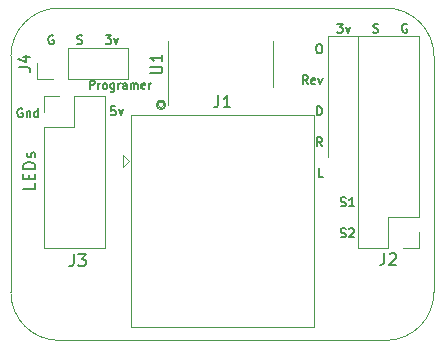
<source format=gbr>
G04 #@! TF.GenerationSoftware,KiCad,Pcbnew,(5.1.5)-3*
G04 #@! TF.CreationDate,2021-02-15T09:50:45-06:00*
G04 #@! TF.ProjectId,InputBoard,496e7075-7442-46f6-9172-642e6b696361,rev?*
G04 #@! TF.SameCoordinates,Original*
G04 #@! TF.FileFunction,Legend,Top*
G04 #@! TF.FilePolarity,Positive*
%FSLAX46Y46*%
G04 Gerber Fmt 4.6, Leading zero omitted, Abs format (unit mm)*
G04 Created by KiCad (PCBNEW (5.1.5)-3) date 2021-02-15 09:50:45*
%MOMM*%
%LPD*%
G04 APERTURE LIST*
%ADD10C,0.120000*%
%ADD11C,0.175000*%
%ADD12C,0.187500*%
%ADD13C,0.050000*%
%ADD14C,0.150000*%
G04 APERTURE END LIST*
D10*
X145523607Y-94800000D02*
G75*
G03X145523607Y-94800000I-223607J0D01*
G01*
X145616228Y-94800000D02*
G75*
G03X145616228Y-94800000I-316228J0D01*
G01*
X145712311Y-94800000D02*
G75*
G03X145712311Y-94800000I-412311J0D01*
G01*
D11*
X139270000Y-93446666D02*
X139270000Y-92746666D01*
X139536666Y-92746666D01*
X139603333Y-92780000D01*
X139636666Y-92813333D01*
X139670000Y-92880000D01*
X139670000Y-92980000D01*
X139636666Y-93046666D01*
X139603333Y-93080000D01*
X139536666Y-93113333D01*
X139270000Y-93113333D01*
X139970000Y-93446666D02*
X139970000Y-92980000D01*
X139970000Y-93113333D02*
X140003333Y-93046666D01*
X140036666Y-93013333D01*
X140103333Y-92980000D01*
X140170000Y-92980000D01*
X140503333Y-93446666D02*
X140436666Y-93413333D01*
X140403333Y-93380000D01*
X140370000Y-93313333D01*
X140370000Y-93113333D01*
X140403333Y-93046666D01*
X140436666Y-93013333D01*
X140503333Y-92980000D01*
X140603333Y-92980000D01*
X140670000Y-93013333D01*
X140703333Y-93046666D01*
X140736666Y-93113333D01*
X140736666Y-93313333D01*
X140703333Y-93380000D01*
X140670000Y-93413333D01*
X140603333Y-93446666D01*
X140503333Y-93446666D01*
X141336666Y-92980000D02*
X141336666Y-93546666D01*
X141303333Y-93613333D01*
X141270000Y-93646666D01*
X141203333Y-93680000D01*
X141103333Y-93680000D01*
X141036666Y-93646666D01*
X141336666Y-93413333D02*
X141270000Y-93446666D01*
X141136666Y-93446666D01*
X141070000Y-93413333D01*
X141036666Y-93380000D01*
X141003333Y-93313333D01*
X141003333Y-93113333D01*
X141036666Y-93046666D01*
X141070000Y-93013333D01*
X141136666Y-92980000D01*
X141270000Y-92980000D01*
X141336666Y-93013333D01*
X141670000Y-93446666D02*
X141670000Y-92980000D01*
X141670000Y-93113333D02*
X141703333Y-93046666D01*
X141736666Y-93013333D01*
X141803333Y-92980000D01*
X141870000Y-92980000D01*
X142403333Y-93446666D02*
X142403333Y-93080000D01*
X142370000Y-93013333D01*
X142303333Y-92980000D01*
X142170000Y-92980000D01*
X142103333Y-93013333D01*
X142403333Y-93413333D02*
X142336666Y-93446666D01*
X142170000Y-93446666D01*
X142103333Y-93413333D01*
X142070000Y-93346666D01*
X142070000Y-93280000D01*
X142103333Y-93213333D01*
X142170000Y-93180000D01*
X142336666Y-93180000D01*
X142403333Y-93146666D01*
X142736666Y-93446666D02*
X142736666Y-92980000D01*
X142736666Y-93046666D02*
X142770000Y-93013333D01*
X142836666Y-92980000D01*
X142936666Y-92980000D01*
X143003333Y-93013333D01*
X143036666Y-93080000D01*
X143036666Y-93446666D01*
X143036666Y-93080000D02*
X143070000Y-93013333D01*
X143136666Y-92980000D01*
X143236666Y-92980000D01*
X143303333Y-93013333D01*
X143336666Y-93080000D01*
X143336666Y-93446666D01*
X143936666Y-93413333D02*
X143870000Y-93446666D01*
X143736666Y-93446666D01*
X143670000Y-93413333D01*
X143636666Y-93346666D01*
X143636666Y-93080000D01*
X143670000Y-93013333D01*
X143736666Y-92980000D01*
X143870000Y-92980000D01*
X143936666Y-93013333D01*
X143970000Y-93080000D01*
X143970000Y-93146666D01*
X143636666Y-93213333D01*
X144270000Y-93446666D02*
X144270000Y-92980000D01*
X144270000Y-93113333D02*
X144303333Y-93046666D01*
X144336666Y-93013333D01*
X144403333Y-92980000D01*
X144470000Y-92980000D01*
D12*
X136172142Y-88935000D02*
X136100714Y-88899285D01*
X135993571Y-88899285D01*
X135886428Y-88935000D01*
X135815000Y-89006428D01*
X135779285Y-89077857D01*
X135743571Y-89220714D01*
X135743571Y-89327857D01*
X135779285Y-89470714D01*
X135815000Y-89542142D01*
X135886428Y-89613571D01*
X135993571Y-89649285D01*
X136065000Y-89649285D01*
X136172142Y-89613571D01*
X136207857Y-89577857D01*
X136207857Y-89327857D01*
X136065000Y-89327857D01*
X138207857Y-89613571D02*
X138315000Y-89649285D01*
X138493571Y-89649285D01*
X138565000Y-89613571D01*
X138600714Y-89577857D01*
X138636428Y-89506428D01*
X138636428Y-89435000D01*
X138600714Y-89363571D01*
X138565000Y-89327857D01*
X138493571Y-89292142D01*
X138350714Y-89256428D01*
X138279285Y-89220714D01*
X138243571Y-89185000D01*
X138207857Y-89113571D01*
X138207857Y-89042142D01*
X138243571Y-88970714D01*
X138279285Y-88935000D01*
X138350714Y-88899285D01*
X138529285Y-88899285D01*
X138636428Y-88935000D01*
X140600714Y-88899285D02*
X141065000Y-88899285D01*
X140815000Y-89185000D01*
X140922142Y-89185000D01*
X140993571Y-89220714D01*
X141029285Y-89256428D01*
X141065000Y-89327857D01*
X141065000Y-89506428D01*
X141029285Y-89577857D01*
X140993571Y-89613571D01*
X140922142Y-89649285D01*
X140707857Y-89649285D01*
X140636428Y-89613571D01*
X140600714Y-89577857D01*
X141315000Y-89149285D02*
X141493571Y-89649285D01*
X141672142Y-89149285D01*
X160217857Y-87929285D02*
X160682142Y-87929285D01*
X160432142Y-88215000D01*
X160539285Y-88215000D01*
X160610714Y-88250714D01*
X160646428Y-88286428D01*
X160682142Y-88357857D01*
X160682142Y-88536428D01*
X160646428Y-88607857D01*
X160610714Y-88643571D01*
X160539285Y-88679285D01*
X160325000Y-88679285D01*
X160253571Y-88643571D01*
X160217857Y-88607857D01*
X160932142Y-88179285D02*
X161110714Y-88679285D01*
X161289285Y-88179285D01*
X163253571Y-88643571D02*
X163360714Y-88679285D01*
X163539285Y-88679285D01*
X163610714Y-88643571D01*
X163646428Y-88607857D01*
X163682142Y-88536428D01*
X163682142Y-88465000D01*
X163646428Y-88393571D01*
X163610714Y-88357857D01*
X163539285Y-88322142D01*
X163396428Y-88286428D01*
X163325000Y-88250714D01*
X163289285Y-88215000D01*
X163253571Y-88143571D01*
X163253571Y-88072142D01*
X163289285Y-88000714D01*
X163325000Y-87965000D01*
X163396428Y-87929285D01*
X163575000Y-87929285D01*
X163682142Y-87965000D01*
X166110714Y-87965000D02*
X166039285Y-87929285D01*
X165932142Y-87929285D01*
X165825000Y-87965000D01*
X165753571Y-88036428D01*
X165717857Y-88107857D01*
X165682142Y-88250714D01*
X165682142Y-88357857D01*
X165717857Y-88500714D01*
X165753571Y-88572142D01*
X165825000Y-88643571D01*
X165932142Y-88679285D01*
X166003571Y-88679285D01*
X166110714Y-88643571D01*
X166146428Y-88607857D01*
X166146428Y-88357857D01*
X166003571Y-88357857D01*
X160498571Y-103351071D02*
X160605714Y-103386785D01*
X160784285Y-103386785D01*
X160855714Y-103351071D01*
X160891428Y-103315357D01*
X160927142Y-103243928D01*
X160927142Y-103172500D01*
X160891428Y-103101071D01*
X160855714Y-103065357D01*
X160784285Y-103029642D01*
X160641428Y-102993928D01*
X160570000Y-102958214D01*
X160534285Y-102922500D01*
X160498571Y-102851071D01*
X160498571Y-102779642D01*
X160534285Y-102708214D01*
X160570000Y-102672500D01*
X160641428Y-102636785D01*
X160820000Y-102636785D01*
X160927142Y-102672500D01*
X161641428Y-103386785D02*
X161212857Y-103386785D01*
X161427142Y-103386785D02*
X161427142Y-102636785D01*
X161355714Y-102743928D01*
X161284285Y-102815357D01*
X161212857Y-102851071D01*
X160498571Y-105976071D02*
X160605714Y-106011785D01*
X160784285Y-106011785D01*
X160855714Y-105976071D01*
X160891428Y-105940357D01*
X160927142Y-105868928D01*
X160927142Y-105797500D01*
X160891428Y-105726071D01*
X160855714Y-105690357D01*
X160784285Y-105654642D01*
X160641428Y-105618928D01*
X160570000Y-105583214D01*
X160534285Y-105547500D01*
X160498571Y-105476071D01*
X160498571Y-105404642D01*
X160534285Y-105333214D01*
X160570000Y-105297500D01*
X160641428Y-105261785D01*
X160820000Y-105261785D01*
X160927142Y-105297500D01*
X161212857Y-105333214D02*
X161248571Y-105297500D01*
X161320000Y-105261785D01*
X161498571Y-105261785D01*
X161570000Y-105297500D01*
X161605714Y-105333214D01*
X161641428Y-105404642D01*
X161641428Y-105476071D01*
X161605714Y-105583214D01*
X161177142Y-106011785D01*
X161641428Y-106011785D01*
X158613839Y-89683035D02*
X158756696Y-89683035D01*
X158828125Y-89718750D01*
X158899553Y-89790178D01*
X158935267Y-89933035D01*
X158935267Y-90183035D01*
X158899553Y-90325892D01*
X158828125Y-90397321D01*
X158756696Y-90433035D01*
X158613839Y-90433035D01*
X158542410Y-90397321D01*
X158470982Y-90325892D01*
X158435267Y-90183035D01*
X158435267Y-89933035D01*
X158470982Y-89790178D01*
X158542410Y-89718750D01*
X158613839Y-89683035D01*
X157720982Y-93058035D02*
X157470982Y-92700892D01*
X157292410Y-93058035D02*
X157292410Y-92308035D01*
X157578125Y-92308035D01*
X157649553Y-92343750D01*
X157685267Y-92379464D01*
X157720982Y-92450892D01*
X157720982Y-92558035D01*
X157685267Y-92629464D01*
X157649553Y-92665178D01*
X157578125Y-92700892D01*
X157292410Y-92700892D01*
X158328125Y-93022321D02*
X158256696Y-93058035D01*
X158113839Y-93058035D01*
X158042410Y-93022321D01*
X158006696Y-92950892D01*
X158006696Y-92665178D01*
X158042410Y-92593750D01*
X158113839Y-92558035D01*
X158256696Y-92558035D01*
X158328125Y-92593750D01*
X158363839Y-92665178D01*
X158363839Y-92736607D01*
X158006696Y-92808035D01*
X158613839Y-92558035D02*
X158792410Y-93058035D01*
X158970982Y-92558035D01*
X158506696Y-95683035D02*
X158506696Y-94933035D01*
X158685267Y-94933035D01*
X158792410Y-94968750D01*
X158863839Y-95040178D01*
X158899553Y-95111607D01*
X158935267Y-95254464D01*
X158935267Y-95361607D01*
X158899553Y-95504464D01*
X158863839Y-95575892D01*
X158792410Y-95647321D01*
X158685267Y-95683035D01*
X158506696Y-95683035D01*
X158935267Y-98308035D02*
X158685267Y-97950892D01*
X158506696Y-98308035D02*
X158506696Y-97558035D01*
X158792410Y-97558035D01*
X158863839Y-97593750D01*
X158899553Y-97629464D01*
X158935267Y-97700892D01*
X158935267Y-97808035D01*
X158899553Y-97879464D01*
X158863839Y-97915178D01*
X158792410Y-97950892D01*
X158506696Y-97950892D01*
X159006696Y-100933035D02*
X158649553Y-100933035D01*
X158649553Y-100183035D01*
X133557857Y-95135000D02*
X133486428Y-95099285D01*
X133379285Y-95099285D01*
X133272142Y-95135000D01*
X133200714Y-95206428D01*
X133165000Y-95277857D01*
X133129285Y-95420714D01*
X133129285Y-95527857D01*
X133165000Y-95670714D01*
X133200714Y-95742142D01*
X133272142Y-95813571D01*
X133379285Y-95849285D01*
X133450714Y-95849285D01*
X133557857Y-95813571D01*
X133593571Y-95777857D01*
X133593571Y-95527857D01*
X133450714Y-95527857D01*
X133915000Y-95349285D02*
X133915000Y-95849285D01*
X133915000Y-95420714D02*
X133950714Y-95385000D01*
X134022142Y-95349285D01*
X134129285Y-95349285D01*
X134200714Y-95385000D01*
X134236428Y-95456428D01*
X134236428Y-95849285D01*
X134915000Y-95849285D02*
X134915000Y-95099285D01*
X134915000Y-95813571D02*
X134843571Y-95849285D01*
X134700714Y-95849285D01*
X134629285Y-95813571D01*
X134593571Y-95777857D01*
X134557857Y-95706428D01*
X134557857Y-95492142D01*
X134593571Y-95420714D01*
X134629285Y-95385000D01*
X134700714Y-95349285D01*
X134843571Y-95349285D01*
X134915000Y-95385000D01*
X141422857Y-94939285D02*
X141065714Y-94939285D01*
X141030000Y-95296428D01*
X141065714Y-95260714D01*
X141137142Y-95225000D01*
X141315714Y-95225000D01*
X141387142Y-95260714D01*
X141422857Y-95296428D01*
X141458571Y-95367857D01*
X141458571Y-95546428D01*
X141422857Y-95617857D01*
X141387142Y-95653571D01*
X141315714Y-95689285D01*
X141137142Y-95689285D01*
X141065714Y-95653571D01*
X141030000Y-95617857D01*
X141708571Y-95189285D02*
X141887142Y-95689285D01*
X142065714Y-95189285D01*
D13*
X132588000Y-110680500D02*
X132588000Y-90678000D01*
X136652000Y-114744500D02*
G75*
G02X132588000Y-110680500I0J4064000D01*
G01*
X164338000Y-114744500D02*
X136652000Y-114744500D01*
X168402000Y-90678000D02*
X168402000Y-110680500D01*
X168402000Y-110680500D02*
G75*
G02X164338000Y-114744500I-4064000J0D01*
G01*
X164338000Y-86614000D02*
X136652000Y-86614000D01*
X132588000Y-90678000D02*
G75*
G02X136652000Y-86614000I4064000J0D01*
G01*
X164338000Y-86614000D02*
G75*
G02X168402000Y-90678000I0J-4064000D01*
G01*
D10*
X142050000Y-100045001D02*
X142550000Y-99545001D01*
X142050000Y-99045001D02*
X142050000Y-100045001D01*
X142550000Y-99545001D02*
X142050000Y-99045001D01*
X142735000Y-113625001D02*
X158255000Y-113625001D01*
X158255000Y-95665001D02*
X158255000Y-113625001D01*
X158255000Y-95665001D02*
X142735000Y-95665001D01*
X142735000Y-95665001D02*
X142735000Y-113625001D01*
X167150000Y-88990000D02*
X161950000Y-88990000D01*
X167150000Y-104290000D02*
X167150000Y-88990000D01*
X161950000Y-106890000D02*
X161950000Y-88990000D01*
X167150000Y-104290000D02*
X164550000Y-104290000D01*
X164550000Y-104290000D02*
X164550000Y-106890000D01*
X164550000Y-106890000D02*
X161950000Y-106890000D01*
X167150000Y-105560000D02*
X167150000Y-106890000D01*
X167150000Y-106890000D02*
X165820000Y-106890000D01*
X162070000Y-88990000D02*
X159410000Y-88990000D01*
X159410000Y-99210000D02*
X159410000Y-88990000D01*
X145915000Y-91330000D02*
X145915000Y-94780000D01*
X145915000Y-91330000D02*
X145915000Y-89380000D01*
X154785000Y-91330000D02*
X154785000Y-93280000D01*
X154785000Y-91330000D02*
X154785000Y-89380000D01*
X135370000Y-106910000D02*
X140570000Y-106910000D01*
X135370000Y-96690000D02*
X135370000Y-106910000D01*
X140570000Y-94090000D02*
X140570000Y-106910000D01*
X135370000Y-96690000D02*
X137970000Y-96690000D01*
X137970000Y-96690000D02*
X137970000Y-94090000D01*
X137970000Y-94090000D02*
X140570000Y-94090000D01*
X135370000Y-95420000D02*
X135370000Y-94090000D01*
X135370000Y-94090000D02*
X136700000Y-94090000D01*
X142530000Y-92620000D02*
X142530000Y-89960000D01*
X137390000Y-92620000D02*
X142530000Y-92620000D01*
X137390000Y-89960000D02*
X142530000Y-89960000D01*
X137390000Y-92620000D02*
X137390000Y-89960000D01*
X136120000Y-92620000D02*
X134790000Y-92620000D01*
X134790000Y-92620000D02*
X134790000Y-91290000D01*
D14*
X150161666Y-93997381D02*
X150161666Y-94711667D01*
X150114047Y-94854524D01*
X150018809Y-94949762D01*
X149875952Y-94997381D01*
X149780714Y-94997381D01*
X151161666Y-94997381D02*
X150590238Y-94997381D01*
X150875952Y-94997381D02*
X150875952Y-93997381D01*
X150780714Y-94140239D01*
X150685476Y-94235477D01*
X150590238Y-94283096D01*
X164216666Y-107342380D02*
X164216666Y-108056666D01*
X164169047Y-108199523D01*
X164073809Y-108294761D01*
X163930952Y-108342380D01*
X163835714Y-108342380D01*
X164645238Y-107437619D02*
X164692857Y-107390000D01*
X164788095Y-107342380D01*
X165026190Y-107342380D01*
X165121428Y-107390000D01*
X165169047Y-107437619D01*
X165216666Y-107532857D01*
X165216666Y-107628095D01*
X165169047Y-107770952D01*
X164597619Y-108342380D01*
X165216666Y-108342380D01*
X144402380Y-92131904D02*
X145211904Y-92131904D01*
X145307142Y-92084285D01*
X145354761Y-92036666D01*
X145402380Y-91941428D01*
X145402380Y-91750952D01*
X145354761Y-91655714D01*
X145307142Y-91608095D01*
X145211904Y-91560476D01*
X144402380Y-91560476D01*
X145402380Y-90560476D02*
X145402380Y-91131904D01*
X145402380Y-90846190D02*
X144402380Y-90846190D01*
X144545238Y-90941428D01*
X144640476Y-91036666D01*
X144688095Y-91131904D01*
X137906666Y-107472380D02*
X137906666Y-108186666D01*
X137859047Y-108329523D01*
X137763809Y-108424761D01*
X137620952Y-108472380D01*
X137525714Y-108472380D01*
X138287619Y-107472380D02*
X138906666Y-107472380D01*
X138573333Y-107853333D01*
X138716190Y-107853333D01*
X138811428Y-107900952D01*
X138859047Y-107948571D01*
X138906666Y-108043809D01*
X138906666Y-108281904D01*
X138859047Y-108377142D01*
X138811428Y-108424761D01*
X138716190Y-108472380D01*
X138430476Y-108472380D01*
X138335238Y-108424761D01*
X138287619Y-108377142D01*
X134642380Y-101447619D02*
X134642380Y-101923809D01*
X133642380Y-101923809D01*
X134118571Y-101114285D02*
X134118571Y-100780952D01*
X134642380Y-100638095D02*
X134642380Y-101114285D01*
X133642380Y-101114285D01*
X133642380Y-100638095D01*
X134642380Y-100209523D02*
X133642380Y-100209523D01*
X133642380Y-99971428D01*
X133690000Y-99828571D01*
X133785238Y-99733333D01*
X133880476Y-99685714D01*
X134070952Y-99638095D01*
X134213809Y-99638095D01*
X134404285Y-99685714D01*
X134499523Y-99733333D01*
X134594761Y-99828571D01*
X134642380Y-99971428D01*
X134642380Y-100209523D01*
X134594761Y-99257142D02*
X134642380Y-99161904D01*
X134642380Y-98971428D01*
X134594761Y-98876190D01*
X134499523Y-98828571D01*
X134451904Y-98828571D01*
X134356666Y-98876190D01*
X134309047Y-98971428D01*
X134309047Y-99114285D01*
X134261428Y-99209523D01*
X134166190Y-99257142D01*
X134118571Y-99257142D01*
X134023333Y-99209523D01*
X133975714Y-99114285D01*
X133975714Y-98971428D01*
X134023333Y-98876190D01*
X133242380Y-91623333D02*
X133956666Y-91623333D01*
X134099523Y-91670952D01*
X134194761Y-91766190D01*
X134242380Y-91909047D01*
X134242380Y-92004285D01*
X133575714Y-90718571D02*
X134242380Y-90718571D01*
X133194761Y-90956666D02*
X133909047Y-91194761D01*
X133909047Y-90575714D01*
M02*

</source>
